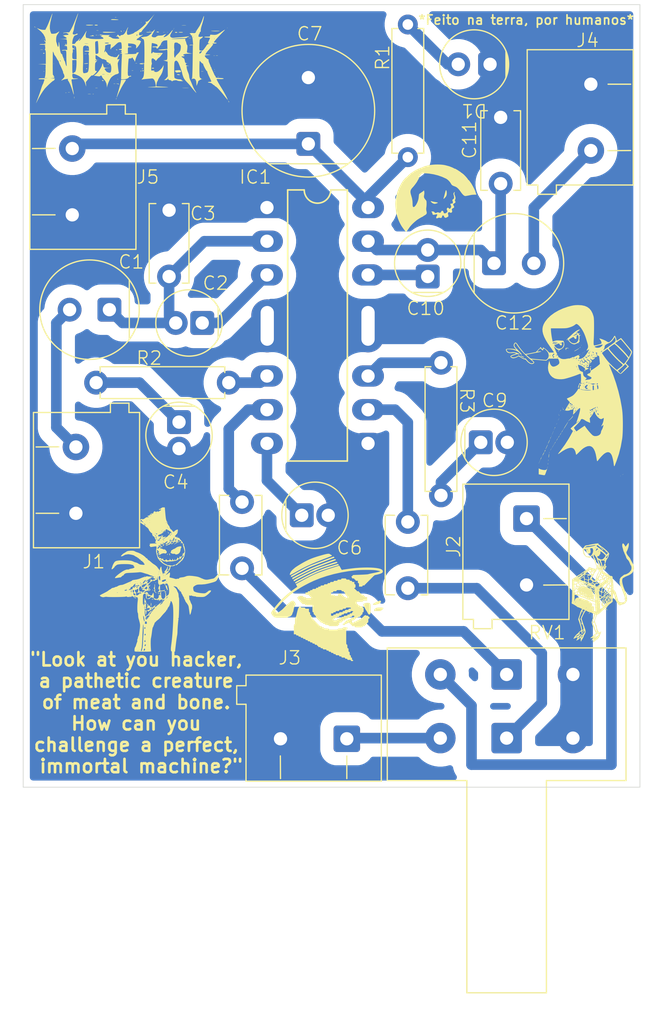
<source format=kicad_pcb>
(kicad_pcb (version 20241229) (generator "pcbnew") (generator_version "9.0")
  (layers (0 "F.Cu" signal) (2 "B.Cu" signal) (13 "F.Paste" user) (15 "B.Paste" user) (5 "F.SilkS" user "F.Silkscreen") (7 "B.SilkS" user "B.Silkscreen") (1 "F.Mask" user) (3 "B.Mask" user) (25 "Edge.Cuts" user))
  (net 0 "")
  (net 1 "Net-(J1-Pin_1)")
  (net 2 "Net-(IC1-2{slash}OUT2)")
  (net 3 "Net-(IC1-3{slash}BS2)")
  (net 4 "GNDREF")
  (net 5 "Net-(C4-Pad1)")
  (net 6 "Net-(C5-Pad1)")
  (net 7 "Net-(IC1-5{slash}IN2)")
  (net 8 "Net-(IC1-6{slash}DC)")
  (net 9 "Net-(IC1-12{slash}VCC)")
  (net 10 "Net-(IC1-8{slash}IN1)")
  (net 11 "Net-(C8-Pad1)")
  (net 12 "Net-(C9-Pad1)")
  (net 13 "Net-(IC1-11{slash}OUT1)")
  (net 14 "Net-(IC1-10{slash}BS1)")
  (net 15 "Net-(J4-Pin_1)")
  (net 16 "Net-(D1-Pad2)")
  (net 17 "Net-(IC1-4{slash}NF2)")
  (net 18 "Net-(IC1-9{slash}NF1)")
  (net 19 "Net-(J2-Pin_2)")
  (net 20 "Net-(J3-Pin_2)")
  (footprint "aavirk:Resistor_220_1_4W" (layer "F.Cu") (at 179.5 65.5 90)
    (property "Reference" "R1" (at 2.5 -1.9 90) (layer "F.SilkS") (effects (font (thickness 0.1))))
    (property "Value" "560Ω")
    (pad "1" thru_hole circle (at -5 0 270) (size 1.5 1.5) (drill 0.8) (layers "*.Cu" "*.Mask") (net 9 "Net-(IC1-12{slash}VCC)"))
    (pad "2" thru_hole circle (at 5 0 270) (size 1.5 1.5) (drill 0.8) (layers "*.Cu" "*.Mask") (net 16 "Net-(D1-Pad2)"))
  )
  (footprint "LOGO" (layer "F.Cu") (at 191.71661 88.014237)
    (property "Reference" "G***" (hide yes))
    (property "Value" "LOGO" (hide yes))
  )
  (footprint "aavirk:Capacitor_Poliesterp" (layer "F.Cu") (at 161.5 77 90)
    (property "Reference" "C3" (at 2.25 2.55 0) (layer "F.SilkS") (effects (font (thickness 0.1))))
    (property "Value" "150nF")
    (pad "1" thru_hole circle (at -2.5 0 270) (size 1.8 1.8) (drill 1) (layers "*.Cu" "*.Mask") (net 2 "Net-(IC1-2{slash}OUT2)"))
    (pad "2" thru_hole circle (at 2.5 0 270) (size 1.8 1.8) (drill 1) (layers "*.Cu" "*.Mask") (net 4 "GNDREF"))
  )
  (footprint "aavirk:Led_5mm" (layer "F.Cu") (at 184.5 63.5 180)
    (property "Reference" "D1" (at 0 -3.5 180) (layer "F.SilkS") (effects (font (thickness 0.1))))
    (property "Value" "LED_5mm")
    (pad "1" thru_hole roundrect (at -1.2 0) (size 1.8 1.8) (drill 1) (layers "*.Cu" "*.Mask") (roundrect_rratio 0.15) (net 4 "GNDREF"))
    (pad "2" thru_hole circle (at 1.2 0) (size 1.8 1.8) (drill 1) (layers "*.Cu" "*.Mask") (net 16 "Net-(D1-Pad2)"))
  )
  (footprint "aavirk:Conector KRE" (layer "F.Cu") (at 172.4 114.35)
    (property "Reference" "J3" (at -1.8 -6.1 0) (layer "F.SilkS") (effects (font (thickness 0.1))))
    (property "Value" "Conn_01x02")
    (pad "1" thru_hole circle (at -2.5 0 180) (size 2 2) (drill 1) (layers "*.Cu" "*.Mask") (net 4 "GNDREF"))
    (pad "2" thru_hole roundrect (at 2.5 0 180) (size 2 2) (drill 1) (layers "*.Cu" "*.Mask") (roundrect_rratio 0.125) (net 20 "Net-(J3-Pin_2)"))
  )
  (footprint "aavirk:Conector KRE" (layer "F.Cu") (at 193.3 67.5 90)
    (property "Reference" "J4" (at 5.8 -0.25 0) (layer "F.SilkS") (effects (font (thickness 0.1))))
    (property "Value" "Conn_01x02")
    (pad "1" thru_hole circle (at -2.5 0 270) (size 2 2) (drill 1) (layers "*.Cu" "*.Mask") (net 15 "Net-(J4-Pin_1)"))
    (pad "2" thru_hole roundrect (at 2.5 0 270) (size 2 2) (drill 1) (layers "*.Cu" "*.Mask") (roundrect_rratio 0.125) (net 4 "GNDREF"))
  )
  (footprint "aavirk:Conector KRE" (layer "F.Cu") (at 154.2 72.35 -90)
    (property "Reference" "J5" (at -0.35 -5.7 0) (layer "F.SilkS") (effects (font (thickness 0.1))))
    (property "Value" "Conn_01x02")
    (pad "1" thru_hole circle (at -2.5 0 90) (size 2 2) (drill 1) (layers "*.Cu" "*.Mask") (net 9 "Net-(IC1-12{slash}VCC)"))
    (pad "2" thru_hole roundrect (at 2.5 0 90) (size 2 2) (drill 1) (layers "*.Cu" "*.Mask") (roundrect_rratio 0.125) (net 4 "GNDREF"))
  )
  (footprint "aavirk:Resistor_1_4W" (layer "F.Cu") (at 161 87.5 180)
    (property "Reference" "R2" (at 1 1.85 0) (layer "F.SilkS") (effects (font (thickness 0.1))))
    (property "Value" "1kΩ")
    (pad "1" thru_hole circle (at -5 0) (size 1.8 1.8) (drill 1) (layers "*.Cu" "*.Mask") (net 17 "Net-(IC1-4{slash}NF2)"))
    (pad "2" thru_hole circle (at 5 0) (size 1.8 1.8) (drill 1) (layers "*.Cu" "*.Mask") (net 5 "Net-(C4-Pad1)"))
  )
  (footprint "aavirk:Capacitor_Eletrolítico_7.5mm" (layer "F.Cu") (at 155.5 82)
    (property "Reference" "C1" (at 3.15 -3.6 0) (layer "F.SilkS") (effects (font (thickness 0.1))))
    (property "Value" "470uF")
    (pad "1" thru_hole roundrect (at 1.5 0 180) (size 1.8 1.8) (drill 1) (layers "*.Cu" "*.Mask") (roundrect_rratio 0.15625) (net 2 "Net-(IC1-2{slash}OUT2)"))
    (pad "2" thru_hole circle (at -1.5 0 180) (size 1.8 1.8) (drill 1) (layers "*.Cu" "*.Mask") (net 1 "Net-(J1-Pin_1)"))
  )
  (footprint "aavirk:Capacitor_Eletrolítico_5mm" (layer "F.Cu") (at 163 83)
    (property "Reference" "C2" (at 2 -3 0) (layer "F.SilkS") (effects (font (thickness 0.1))))
    (property "Value" "100uF")
    (pad "1" thru_hole roundrect (at 1 0 180) (size 1.8 1.8) (drill 1) (layers "*.Cu" "*.Mask") (roundrect_rratio 0.15625) (net 3 "Net-(IC1-3{slash}BS2)"))
    (pad "2" thru_hole circle (at -1 0 180) (size 1.8 1.8) (drill 1) (layers "*.Cu" "*.Mask") (net 2 "Net-(IC1-2{slash}OUT2)"))
  )
  (footprint "aavirk:Capacitor_Poliesterg" (layer "F.Cu") (at 167 99 90)
    (property "Reference" "C5" (hide yes))
    (property "Value" "470nF" (hide yes))
    (pad "1" thru_hole circle (at -2.5 0 270) (size 1.8 1.8) (drill 1) (layers "*.Cu" "*.Mask") (net 6 "Net-(C5-Pad1)"))
    (pad "2" thru_hole circle (at 2.5 0 270) (size 1.8 1.8) (drill 1) (layers "*.Cu" "*.Mask") (net 7 "Net-(IC1-5{slash}IN2)"))
  )
  (footprint "LOGO" (layer "F.Cu") (at 160.486318 102.338928)
    (property "Reference" "G***" (hide yes))
    (property "Value" "LOGO" (hide yes))
  )
  (footprint "aavirk:Potenciometro_dual" (layer "F.Cu") (at 186.95 112.5)
    (property "Reference" "RV1" (at 3.05 -6.15 0) (layer "F.SilkS") (effects (font (thickness 0.1))))
    (property "Value" "10kΩ")
    (pad "1" thru_hole circle (at -5 1.8 180) (size 2.3 2.3) (drill 1) (layers "*.Cu" "*.Mask") (net 20 "Net-(J3-Pin_2)"))
    (pad "2" thru_hole roundrect (at 0 1.8 180) (size 2.3 2.3) (drill 1) (layers "*.Cu" "*.Mask") (roundrect_rratio 0.1086956522) (net 11 "Net-(C8-Pad1)"))
    (pad "3" thru_hole circle (at 5 1.8 180) (size 2.3 2.3) (drill 1) (layers "*.Cu" "*.Mask") (net 4 "GNDREF"))
    (pad "4" thru_hole circle (at -5 -3 180) (size 2.3 2.3) (drill 1) (layers "*.Cu" "*.Mask") (net 19 "Net-(J2-Pin_2)"))
    (pad "5" thru_hole roundrect (at 0 -3 180) (size 2.3 2.3) (drill 1) (layers "*.Cu" "*.Mask") (roundrect_rratio 0.1086956522) (net 6 "Net-(C5-Pad1)"))
    (pad "6" thru_hole circle (at 5 -3 180) (size 2.3 2.3) (drill 1) (layers "*.Cu" "*.Mask") (net 4 "GNDREF"))
  )
  (footprint "aavirk:Conector KRE" (layer "F.Cu") (at 188.45 100.25 90)
    (property "Reference" "J2" (at 0.4 -5.5 90) (layer "F.SilkS") (effects (font (thickness 0.1))))
    (property "Value" "Conn_01x02")
    (pad "1" thru_hole circle (at -2.5 0 270) (size 2 2) (drill 1) (layers "*.Cu" "*.Mask") (net 4 "GNDREF"))
    (pad "2" thru_hole roundrect (at 2.5 0 270) (size 2 2) (drill 1) (layers "*.Cu" "*.Mask") (roundrect_rratio 0.125) (net 19 "Net-(J2-Pin_2)"))
  )
  (footprint "aavirk:Capacitor_Eletrolítico_5mm" (layer "F.Cu") (at 172.5 97.5 180)
    (property "Reference" "C6" (at -2.6 -2.45 0) (layer "F.SilkS") (effects (font (thickness 0.1))))
    (property "Value" "100uF")
    (pad "1" thru_hole roundrect (at 1 0) (size 1.8 1.8) (drill 1) (layers "*.Cu" "*.Mask") (roundrect_rratio 0.15625) (net 8 "Net-(IC1-6{slash}DC)"))
    (pad "2" thru_hole circle (at -1 0) (size 1.8 1.8) (drill 1) (layers "*.Cu" "*.Mask") (net 4 "GNDREF"))
  )
  (footprint "aavirk:Resistor_1_4W" (layer "F.Cu") (at 182 91 -90)
    (property "Reference" "R3" (at -2.15 -1.95 270) (layer "F.SilkS") (effects (font (thickness 0.1))))
    (property "Value" "1kΩ")
    (pad "1" thru_hole circle (at -5 0 90) (size 1.8 1.8) (drill 1) (layers "*.Cu" "*.Mask") (net 18 "Net-(IC1-9{slash}NF1)"))
    (pad "2" thru_hole circle (at 5 0 90) (size 1.8 1.8) (drill 1) (layers "*.Cu" "*.Mask") (net 12 "Net-(C9-Pad1)"))
  )
  (footprint "LOGO" (layer "F.Cu") (at 181.65 74.15)
    (property "Reference" "G***" (hide yes))
    (property "Value" "LOGO" (hide yes))
  )
  (footprint "aavirk:Capacitor_Poliesterg" (layer "F.Cu") (at 179.5 100.5 90)
    (property "Reference" "C8" (hide yes))
    (property "Value" "470uF" (hide yes))
    (pad "1" thru_hole circle (at -2.5 0 270) (size 1.8 1.8) (drill 1) (layers "*.Cu" "*.Mask") (net 11 "Net-(C8-Pad1)"))
    (pad "2" thru_hole circle (at 2.5 0 270) (size 1.8 1.8) (drill 1) (layers "*.Cu" "*.Mask") (net 10 "Net-(IC1-8{slash}IN1)"))
  )
  (footprint "aavirk:Capacitor_Eletrolítico_5mm" (layer "F.Cu") (at 186 92 180)
    (property "Reference" "C9" (at -0.05 3.15 0) (layer "F.SilkS") (effects (font (thickness 0.1))))
    (property "Value" "100uF")
    (pad "1" thru_hole roundrect (at 1 0) (size 1.8 1.8) (drill 1) (layers "*.Cu" "*.Mask") (roundrect_rratio 0.15625) (net 12 "Net-(C9-Pad1)"))
    (pad "2" thru_hole circle (at -1 0) (size 1.8 1.8) (drill 1) (layers "*.Cu" "*.Mask") (net 4 "GNDREF"))
  )
  (footprint "LOGO" (layer "F.Cu") (at 173.45 104.5)
    (property "Reference" "G***" (hide yes))
    (property "Value" "LOGO" (hide yes))
  )
  (footprint "aavirk:Capacitor_Eletrolítico_5mm" (layer "F.Cu") (at 162.25 91.475 90)
    (property "Reference" "C4" (at -3.525 -0.25 0) (layer "F.SilkS") (effects (font (thickness 0.1))))
    (property "Value" "100uF")
    (pad "1" thru_hole roundrect (at 1 0 270) (size 1.8 1.8) (drill 1) (layers "*.Cu" "*.Mask") (roundrect_rratio 0.15625) (net 5 "Net-(C4-Pad1)"))
    (pad "2" thru_hole circle (at -1 0 270) (size 1.8 1.8) (drill 1) (layers "*.Cu" "*.Mask") (net 4 "GNDREF"))
  )
  (footprint "aavirk:Capacitor_Eletrolítico_7.5mm" (layer "F.Cu") (at 187.5 78.5 180)
    (property "Reference" "C12" (at 0 -4.5 0) (layer "F.SilkS") (effects (font (thickness 0.1))))
    (property "Value" "470uF")
    (pad "1" thru_hole roundrect (at 1.5 0) (size 1.8 1.8) (drill 1) (layers "*.Cu" "*.Mask") (roundrect_rratio 0.15625) (net 13 "Net-(IC1-11{slash}OUT1)"))
    (pad "2" thru_hole circle (at -1.5 0) (size 1.8 1.8) (drill 1) (layers "*.Cu" "*.Mask") (net 15 "Net-(J4-Pin_1)"))
  )
  (footprint "LOGO" (layer "F.Cu") (at 158.655478 62.846078)
    (property "Reference" "G***" (hide yes))
    (property "Value" "LOGO" (hide yes))
  )
  (footprint "aavirk:Circuito integrado" (layer "F.Cu") (at 172.5 82.92)
    (property "Reference" "IC1" (at -4.5 -10.92 0) (layer "F.SilkS") (effects (font (thickness 0.1))))
    (property "Value" "LA4182")
    (pad "1" thru_hole roundrect (at -3.62 -8.62) (size 2.4 1.6) (drill 1) (layers "*.Cu" "*.Mask") (roundrect_rratio 0.15625) (net 4 "GNDREF"))
    (pad "2" thru_hole oval (at -3.62 -6.08) (size 2.4 1.6) (drill 1) (layers "*.Cu" "*.Mask") (net 2 "Net-(IC1-2{slash}OUT2)"))
    (pad "3" thru_hole oval (at -3.62 -3.54) (size 2.4 1.6) (drill 1) (layers "*.Cu" "*.Mask") (net 3 "Net-(IC1-3{slash}BS2)"))
    (pad "4" thru_hole oval (at -3.62 4.08) (size 2.4 1.6) (drill 1) (layers "*.Cu" "*.Mask") (net 17 "Net-(IC1-4{slash}NF2)"))
    (pad "5" thru_hole oval (at -3.62 6.62) (size 2.4 1.6) (drill 1) (layers "*.Cu" "*.Mask") (net 7 "Net-(IC1-5{slash}IN2)"))
    (pad "6" thru_hole oval (at -3.62 9.16) (size 2.4 1.6) (drill 1) (layers "*.Cu" "*.Mask") (net 8 "Net-(IC1-6{slash}DC)"))
    (pad "7" thru_hole oval (at 4 9.16) (size 2.4 1.6) (drill 1) (layers "*.Cu" "*.Mask") (net 4 "GNDREF"))
    (pad "8" thru_hole oval (at 4 6.62) (size 2.4 1.6) (drill 1) (layers "*.Cu" "*.Mask") (net 10 "Net-(IC1-8{slash}IN1)"))
    (pad "9" thru_hole oval (at 4 4.08) (size 2.4 1.6) (drill 1) (layers "*.Cu" "*.Mask") (net 18 "Net-(IC1-9{slash}NF1)"))
    (pad "10" thru_hole oval (at 4 -3.54) (size 2.4 1.6) (drill 1) (layers "*.Cu" "*.Mask") (net 14 "Net-(IC1-10{slash}BS1)"))
    (pad "11" thru_hole oval (at 4 -6.08) (size 2.4 1.6) (drill 1) (layers "*.Cu" "*.Mask") (net 13 "Net-(IC1-11{slash}OUT1)"))
    (pad "12" thru_hole oval (at 4 -8.62) (size 2.4 1.6) (drill 1) (layers "*.Cu" "*.Mask") (net 9 "Net-(IC1-12{slash}VCC)"))
    (pad "P$1" thru_hole oval (at -3.6 0.3) (size 2.4 4) (drill oval 1 3) (layers "*.Cu" "*.Mask") (net 4 "GNDREF"))
    (pad "P$4" thru_hole oval (at 4 0.3) (size 2.4 4) (drill oval 1 3) (layers "*.Cu" "*.Mask") (net 4 "GNDREF"))
  )
  (footprint "LOGO" (layer "F.Cu") (at 193.75 101.85)
    (property "Reference" "G***" (hide yes))
    (property "Value" "LOGO" (hide yes))
  )
  (footprint "aavirk:Capacitor_Eletrolítico_10mm" (layer "F.Cu") (at 172 67 -90)
    (property "Reference" "C7" (at -5.8 -0.1 0) (layer "F.SilkS") (effects (font (thickness 0.1))))
    (property "Value" "1000uF")
    (pad "1" thru_hole roundrect (at 2.5 0 90) (size 1.8 1.8) (drill 1) (layers "*.Cu" "*.Mask") (roundrect_rratio 0.15625) (net 9 "Net-(IC1-12{slash}VCC)"))
    (pad "2" thru_hole circle (at -2.5 0 90) (size 1.8 1.8) (drill 1) (layers "*.Cu" "*.Mask") (net 4 "GNDREF"))
  )
  (footprint "aavirk:Conector KRE" (layer "F.Cu") (at 154.475 94.85 -90)
    (property "Reference" "J1" (at 6.15 -1.35 0) (layer "F.SilkS") (effects (font (thickness 0.1))))
    (property "Value" "Conn_01x02")
    (pad "1" thru_hole circle (at -2.5 0 90) (size 2 2) (drill 1) (layers "*.Cu" "*.Mask") (net 1 "Net-(J1-Pin_1)"))
    (pad "2" thru_hole roundrect (at 2.5 0 90) (size 2 2) (drill 1) (layers "*.Cu" "*.Mask") (roundrect_rratio 0.125) (net 4 "GNDREF"))
  )
  (footprint "aavirk:Capacitor_Poliesterp" (layer "F.Cu") (at 186.5 70 90)
    (property "Reference" "C11" (at 0.8 -2.35 90) (layer "F.SilkS") (effects (font (thickness 0.1))))
    (property "Value" "150nF")
    (pad "1" thru_hole circle (at -2.5 0 270) (size 1.8 1.8) (drill 1) (layers "*.Cu" "*.Mask") (net 13 "Net-(IC1-11{slash}OUT1)"))
    (pad "2" thru_hole circle (at 2.5 0 270) (size 1.8 1.8) (drill 1) (layers "*.Cu" "*.Mask") (net 4 "GNDREF"))
  )
  (footprint "aavirk:Capacitor_Eletrolítico_5mm" (layer "F.Cu") (at 181 78.5 -90)
    (property "Reference" "C10" (at 3.4 0.15 0) (layer "F.SilkS") (effects (font (thickness 0.1))))
    (property "Value" "100uF")
    (pad "1" thru_hole roundrect (at 1 0 90) (size 1.8 1.8) (drill 1) (layers "*.Cu" "*.Mask") (roundrect_rratio 0.15625) (net 14 "Net-(IC1-10{slash}BS1)"))
    (pad "2" thru_hole circle (at -1 0 90) (size 1.8 1.8) (drill 1) (layers "*.Cu" "*.Mask") (net 13 "Net-(IC1-11{slash}OUT1)"))
  )
  (gr_line (start 150.5 59) (end 197 59) (stroke (width 0.05)) (layer "Edge.Cuts"))
  (gr_line (start 197 72) (end 197 118) (stroke (width 0.05)) (layer "Edge.Cuts"))
  (gr_line (start 150.5 118) (end 150.5 59) (stroke (width 0.05)) (layer "Edge.Cuts"))
  (gr_line (start 197 59) (end 197 72) (stroke (width 0.05)) (layer "Edge.Cuts"))
  (gr_line (start 197 118) (end 150.5 118) (stroke (width 0.05)) (layer "Edge.Cuts"))
  (gr_text "{dblquote}Look at you hacker, \na pathetic creature \nof meat and bone. \nHow can you \nchallenge a perfect, \nimmortal machine?{dblquote}" (at 159.4 117 0) (layer "F.SilkS") (effects (font (size 1 1) (thickness 0.2) (bold yes)) (justify bottom)))
  (gr_text "*Feito na terra, por humanos*" (at 188.420178 60.561692 0) (layer "F.SilkS") (effects (font (size 0.7 0.7) (thickness 0.125) (bold yes)) (justify bottom)))
  (segment (start 153 83) (end 154 82) (width 0.8) (layer "B.Cu") (net 1))
  (segment (start 153 90.875) (end 153 83) (width 0.8) (layer "B.Cu") (net 1))
  (segment (start 154.475 92.35) (end 153 90.875) (width 0.8) (layer "B.Cu") (net 1))
  (segment (start 161.5 79.5) (end 164.16 76.84) (width 0.8) (layer "B.Cu") (net 2))
  (segment (start 164.16 76.84) (end 168.88 76.84) (width 0.8) (layer "B.Cu") (net 2))
  (segment (start 161.5 79.5) (end 161.5 82.5) (width 0.8) (layer "B.Cu") (net 2))
  (segment (start 158 83) (end 157 82) (width 0.8) (layer "B.Cu") (net 2))
  (segment (start 161.5 82.5) (end 162 83) (width 0.8) (layer "B.Cu") (net 2))
  (segment (start 162 83) (end 158 83) (width 0.8) (layer "B.Cu") (net 2))
  (segment (start 164 83) (end 165.26 83) (width 0.8) (layer "B.Cu") (net 3))
  (segment (start 165.26 83) (end 168.88 79.38) (width 0.8) (layer "B.Cu") (net 3))
  (segment (start 156 87.5) (end 159.275 87.5) (width 0.8) (layer "B.Cu") (net 5))
  (segment (start 159.275 87.5) (end 162.25 90.475) (width 0.8) (layer "B.Cu") (net 5))
  (segment (start 183.7 106.25) (end 186.95 109.5) (width 0.8) (layer "B.Cu") (net 6))
  (segment (start 177.55 106.25) (end 183.7 106.25) (width 0.8) (layer "B.Cu") (net 6))
  (segment (start 170.3 104.8) (end 176.1 104.8) (width 0.8) (layer "B.Cu") (net 6))
  (segment (start 176.1 104.8) (end 177.55 106.25) (width 0.8) (layer "B.Cu") (net 6))
  (segment (start 167 101.5) (end 170.3 104.8) (width 0.8) (layer "B.Cu") (net 6))
  (segment (start 167.46 89.54) (end 166 91) (width 0.8) (layer "B.Cu") (net 7))
  (segment (start 166 91) (end 166 95.5) (width 0.8) (layer "B.Cu") (net 7))
  (segment (start 166 95.5) (end 167 96.5) (width 0.8) (layer "B.Cu") (net 7))
  (segment (start 168.88 89.54) (end 167.46 89.54) (width 0.8) (layer "B.Cu") (net 7))
  (segment (start 168.88 94.88) (end 171.5 97.5) (width 0.8) (layer "B.Cu") (net 8))
  (segment (start 168.88 92.08) (end 168.88 94.88) (width 0.8) (layer "B.Cu") (net 8))
  (segment (start 172 69.5) (end 154.55 69.5) (width 0.8) (layer "B.Cu") (net 9))
  (segment (start 176.5 73.5) (end 179.5 70.5) (width 0.8) (layer "B.Cu") (net 9))
  (segment (start 176.5 74) (end 172 69.5) (width 0.8) (layer "B.Cu") (net 9))
  (segment (start 176.5 74.3) (end 176.5 74) (width 0.8) (layer "B.Cu") (net 9))
  (segment (start 176.5 74.3) (end 176.5 73.5) (width 0.8) (layer "B.Cu") (net 9))
  (segment (start 154.55 69.5) (end 154.2 69.85) (width 0.8) (layer "B.Cu") (net 9))
  (segment (start 179.5 98) (end 179.5 90.5) (width 0.8) (layer "B.Cu") (net 10))
  (segment (start 179.5 90.5) (end 178.54 89.54) (width 0.8) (layer "B.Cu") (net 10))
  (segment (start 178.54 89.54) (end 176.5 89.54) (width 0.8) (layer "B.Cu") (net 10))
  (segment (start 189.6 111.65) (end 186.95 114.3) (width 0.8) (layer "B.Cu") (net 11))
  (segment (start 189.6 107.9) (end 189.6 111.65) (width 0.8) (layer "B.Cu") (net 11))
  (segment (start 184.7 103) (end 189.6 107.9) (width 0.8) (layer "B.Cu") (net 11))
  (segment (start 179.5 103) (end 184.7 103) (width 0.8) (layer "B.Cu") (net 11))
  (segment (start 182 95) (end 185 92) (width 0.8) (layer "B.Cu") (net 12))
  (segment (start 182 96) (end 182 95) (width 0.8) (layer "B.Cu") (net 12))
  (segment (start 186.5 72.5) (end 186.5 78) (width 0.8) (layer "B.Cu") (net 13))
  (segment (start 181 77.5) (end 185 77.5) (width 0.8) (layer "B.Cu") (net 13))
  (segment (start 177.16 77.5) (end 176.5 76.84) (width 0.8) (layer "B.Cu") (net 13))
  (segment (start 186.5 78) (end 186 78.5) (width 0.8) (layer "B.Cu") (net 13))
  (segment (start 185 77.5) (end 186 78.5) (width 0.8) (layer "B.Cu") (net 13))
  (segment (start 181 77.5) (end 177.16 77.5) (width 0.8) (layer "B.Cu") (net 13))
  (segment (start 180.88 79.38) (end 181 79.5) (width 0.8) (layer "B.Cu") (net 14))
  (segment (start 176.5 79.38) (end 180.88 79.38) (width 0.8) (layer "B.Cu") (net 14))
  (segment (start 189 78.5) (end 189 74.3) (width 0.8) (layer "B.Cu") (net 15))
  (segment (start 189 74.3) (end 193.3 70) (width 0.8) (layer "B.Cu") (net 15))
  (segment (start 182.5 63.5) (end 179.5 60.5) (width 0.8) (layer "B.Cu") (net 16))
  (segment (start 183.3 63.5) (end 182.5 63.5) (width 0.8) (layer "B.Cu") (net 16))
  (segment (start 168.38 87.5) (end 168.88 87) (width 0.8) (layer "B.Cu") (net 17))
  (segment (start 166 87.5) (end 168.38 87.5) (width 0.8) (layer "B.Cu") (net 17))
  (segment (start 182 86) (end 177.5 86) (width 0.8) (layer "B.Cu") (net 18))
  (segment (start 177.5 86) (end 176.5 87) (width 0.8) (layer "B.Cu") (net 18))
  (segment (start 184.3 116.3) (end 184.3 111.85) (width 0.8) (layer "B.Cu") (net 19))
  (segment (start 194.85 116.3) (end 184.3 116.3) (width 0.8) (layer "B.Cu") (net 19))
  (segment (start 194.85 104.15) (end 194.85 116.3) (width 0.8) (layer "B.Cu") (net 19))
  (segment (start 184.3 111.85) (end 181.95 109.5) (width 0.8) (layer "B.Cu") (net 19))
  (segment (start 188.45 97.75) (end 194.85 104.15) (width 0.8) (layer "B.Cu") (net 19))
  (segment (start 174.95 114.3) (end 174.9 114.35) (width 0.8) (layer "B.Cu") (net 20))
  (segment (start 181.95 114.3) (end 174.95 114.3) (width 0.8) (layer "B.Cu") (net 20))
  (zone (net 4) (net_name "GNDREF") (layer "B.Cu") (name "aaaaa") (connect_pads yes (clearance 1)) (min_thickness 0.5) (fill yes (thermal_gap 0.5) (thermal_bridge_width 0.5) (island_removal_mode 1) (island_area_min 10))
    (polygon (pts (xy 197 118) (xy 197 59) (xy 150.5 59) (xy 150.5 118)))
  )
)
</source>
